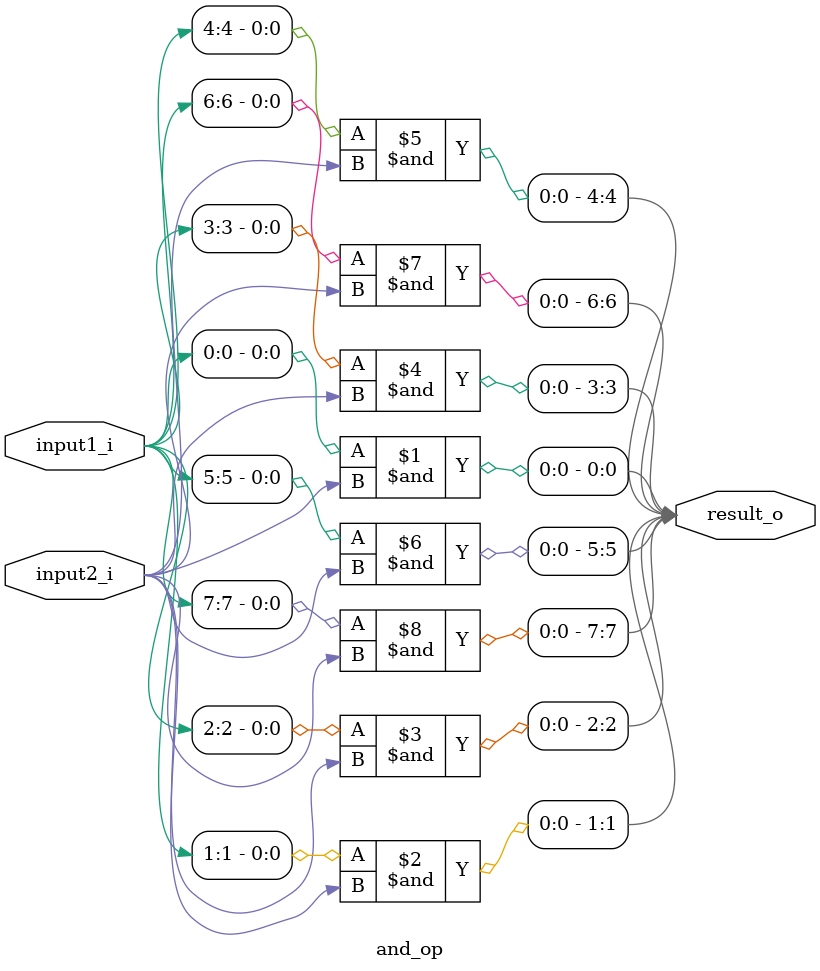
<source format=v>
module and_op(input1_i,input2_i,result_o);
input [7:0] input1_i;
input input2_i;
output [7:0] result_o;

assign result_o[0] = input1_i[0] & input2_i;
assign result_o[1] = input1_i[1] & input2_i;
assign result_o[2] = input1_i[2] & input2_i;
assign result_o[3] = input1_i[3] & input2_i;
assign result_o[4] = input1_i[4] & input2_i;
assign result_o[5] = input1_i[5] & input2_i;
assign result_o[6] = input1_i[6] & input2_i;
assign result_o[7] = input1_i[7] & input2_i;

endmodule

</source>
